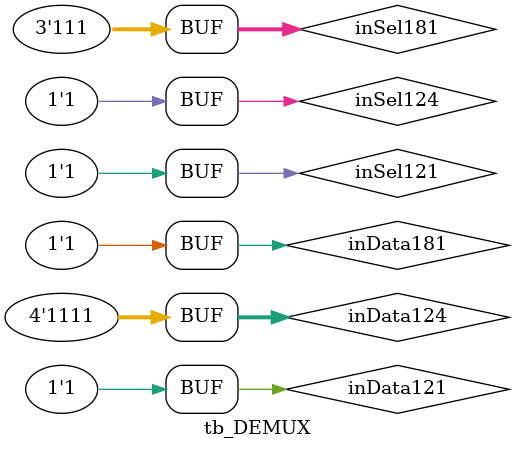
<source format=sv>

`timescale 1ns / 1ps
 
module tb_DEMUX();

parameter	CLK_PERIOD = 20 ; 

reg			inData181	;
reg	[2:0]	inSel181	;
reg	[7:0]	outData181	;

reg			inData121	;
reg			inSel121	;
reg	[1:0]	outData121	;

reg	[3:0]	inData124	;
reg			inSel124	;
reg	[7:0]	outData124	;


DEMUX181 u_demux181 (
	.inData			(inData181	), 
	.inSel			(inSel181	),
	.outData		(outData181	)
);

DEMUX124 u_demux124 (
	.inData			(inData124	), 
	.inSel			(inSel124	),
	.outData		(outData124	)
);

DEMUX121 u_demux121 (
	.inData			(inData121	), 
	.inSel			(inSel121	),
	.outData		(outData121	)
);

initial begin 
	inData181 = 1'b0;
	inSel181  = 3'b000;

	inData121 = 1'b0;
	inSel121  = 1'b0;

	inData124= 4'b0000;
	inSel124  = 1'b0;
end


always begin : SEL
	inSel181 = 3'b000; inSel121 = 1'b0; inSel124 = 1'b0;
	#CLK_PERIOD ; #CLK_PERIOD ; #CLK_PERIOD ; #CLK_PERIOD ;

	inSel181 = 3'b001; inSel121 = 1'b1; inSel124 = 1'b1;
	#CLK_PERIOD ; #CLK_PERIOD ; #CLK_PERIOD ; #CLK_PERIOD ;

	inSel181 = 3'b010; inSel121 = 1'b0; inSel124 = 1'b0;
	#CLK_PERIOD ; #CLK_PERIOD ; #CLK_PERIOD ; #CLK_PERIOD ;

	inSel181 = 3'b011; inSel121 = 1'b1; inSel124 = 1'b1;
	#CLK_PERIOD ; #CLK_PERIOD ; #CLK_PERIOD ; #CLK_PERIOD ;

	inSel181 = 3'b100; inSel121 = 1'b0; inSel124 = 1'b0;
	#CLK_PERIOD ; #CLK_PERIOD ; #CLK_PERIOD ; #CLK_PERIOD ;

	inSel181 = 3'b101; inSel121 = 1'b1; inSel124 = 1'b1;
	#CLK_PERIOD ; #CLK_PERIOD ; #CLK_PERIOD ; #CLK_PERIOD ;

	inSel181 = 3'b110; inSel121 = 1'b0; inSel124 = 1'b0;
	#CLK_PERIOD ; #CLK_PERIOD ; #CLK_PERIOD ; #CLK_PERIOD ;

	inSel181 = 3'b111; inSel121 = 1'b1; inSel124 = 1'b1;
	#CLK_PERIOD ; #CLK_PERIOD ; #CLK_PERIOD ; #CLK_PERIOD ;

end

always begin : DATA
	inData181 = 1'b0;
	inData121 = 1'b0;
	inData124 = 4'b0000;
	#CLK_PERIOD ;

	inData181 = 1'b1;
	inData121 = 1'b1;
	inData124 = 4'b0001;
	#CLK_PERIOD ;

	inData124 = 4'b0010;
	#CLK_PERIOD ;

	inData124 = 4'b0011;
	#CLK_PERIOD ;

	inData124 = 4'b0100;
	#CLK_PERIOD ;

	inData124 = 4'b0101;
	#CLK_PERIOD ;

	inData124 = 4'b0110;
	#CLK_PERIOD ;

	inData124 = 4'b0111;
	#CLK_PERIOD ;

	inData124 = 4'b1000;
	#CLK_PERIOD ;

	inData124 = 4'b1001;
	#CLK_PERIOD ;

	inData124 = 4'b1010;
	#CLK_PERIOD ;

	inData124 = 4'b1011;
	#CLK_PERIOD ;

	inData124 = 4'b1100;
	#CLK_PERIOD ;

	inData124 = 4'b1101;
	#CLK_PERIOD ;

	inData124 = 4'b1110;
	#CLK_PERIOD ;

	inData124 = 4'b1111;
	#CLK_PERIOD ;

end

endmodule


</source>
